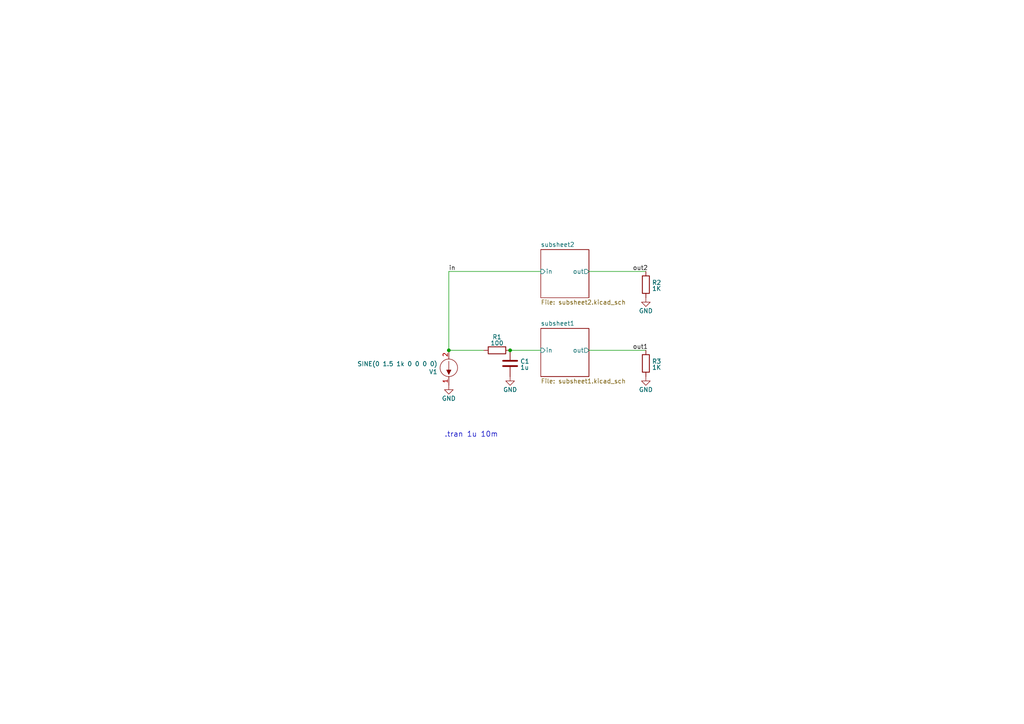
<source format=kicad_sch>
(kicad_sch (version 20220404) (generator eeschema)
  (paper "A4")
  (lib_symbols
    (symbol "Device:C" (pin_numbers hide) (pin_names (offset 0.254))
      (property "Reference" "C" (at 0.635 2.54 0))
      (property "Value" "C" (at 0.635 -2.54 0))
      (symbol "C_0_1"
        (polyline (pts (xy -2.032 -0.762) (xy 2.032 -0.762)) (stroke (width 0.508)))
        (polyline (pts (xy -2.032 0.762) (xy 2.032 0.762)) (stroke (width 0.508)))
      )
      (symbol "C_1_1"
        (pin passive line (at 0 3.81 270) (length 2.794) (name "~") (number "1"))
        (pin passive line (at 0 -3.81 90) (length 2.794) (name "~") (number "2"))
      )
    )
    (symbol "Device:R" (pin_numbers hide) (pin_names (offset 0))
      (property "Reference" "R" (at 2.032 0 90))
      (property "Value" "R" (at 0 0 90))
      (symbol "R_0_1"
        (rectangle (start -1.016 -2.54) (end 1.016 2.54) (stroke (width 0.254)))
      )
      (symbol "R_1_1"
        (pin passive line (at 0 3.81 270) (length 1.27) (name "~") (number "1"))
        (pin passive line (at 0 -3.81 90) (length 1.27) (name "~") (number "2"))
      )
    )
    (symbol "power:GND" (power) (pin_names (offset 0))
      (property "Value" "GND" (at 0 -3.81 0))
      (symbol "GND_0_1"
        (polyline (pts (xy 0 0) (xy 0 -1.27) (xy 1.27 -1.27) (xy 0 -2.54) (xy -1.27 -1.27) (xy 0 -1.27)))
      )
      (symbol "GND_1_1"
        (pin power_in line (at 0 0 270) (length 0) hide (name "GND") (number "1"))
      )
    )
    (symbol "rectifier_schlib:VSOURCE" (pin_names (offset 1.016))
      (property "Reference" "V" (at 5.08 5.08 0))
      (symbol "VSOURCE_0_1"
        (polyline (pts (xy 0 -1.905) (xy 0 1.905)))
        (polyline (pts (xy 0 1.905) (xy -0.635 0.635) (xy 0.635 0.635) (xy 0 1.905)) (fill (type outline)))
        (circle (center 0 0) (radius 2.54))
      )
      (symbol "VSOURCE_1_1"
        (pin input line (at 0 5.08 270) (length 2.54) (name "~") (number "1"))
        (pin input line (at 0 -5.08 90) (length 2.54) (name "~") (number "2"))
      )
    )
  )
  (junction (at 147.955 101.6))
  (junction (at 130.175 101.6))
  (wire (pts (xy 170.815 78.74) (xy 187.325 78.74)))
  (wire (pts (xy 156.845 78.74) (xy 130.175 78.74)))
  (wire (pts (xy 170.815 101.6) (xy 187.325 101.6)))
  (wire (pts (xy 147.955 101.6) (xy 156.845 101.6)))
  (wire (pts (xy 130.175 101.6) (xy 140.335 101.6)))
  (wire (pts (xy 130.175 78.74) (xy 130.175 101.6)))
  (text ".tran 1u 10m\n" (at 128.905 127 0) (effects (font (size 1.524 1.524)) (justify left bottom)))
  (label "out2" (at 183.515 78.74 0))
  (label "in" (at 130.175 78.74 0))
  (label "out1" (at 183.515 101.6 0))
  (symbol (lib_id "Device:R") (at 187.325 82.55 0) (unit 1)
    (default_instance (reference "U") (unit 1) (value "") (footprint ""))
    (property "Reference" "R2" (at 189.103 81.9555 0) (effects (justify left)))
    (property "Value" "1K" (at 189.103 83.7177 0) (effects (justify left)))
  )
  (symbol (lib_id "power:GND") (at 187.325 86.36 0) (unit 1)
    (default_instance (reference "U") (unit 1) (value "") (footprint ""))
    (property "Reference" "#PWR03" (effects hide))
    (property "Value" "GND" (at 187.325 90.17 0))
  )
  (symbol (lib_id "Device:R") (at 144.145 101.6 90) (unit 1)
    (default_instance (reference "U") (unit 1) (value "") (footprint ""))
    (property "Reference" "R1" (at 144.145 97.7519 90))
    (property "Value" "100" (at 144.145 99.5141 90))
  )
  (symbol (lib_id "rectifier_schlib:VSOURCE") (at 130.175 106.68 180) (unit 1)
    (default_instance (reference "U") (unit 1) (value "") (footprint ""))
    (property "Reference" "V1" (at 126.9238 107.8484 0) (effects (justify left)))
    (property "Value" "SINE(0 1.5 1k 0 0 0 0)" (at 126.9238 105.537 0) (effects (justify left)))
    (property "Fieldname" "Value" (effects hide))
    (property "Spice_Primitive" "V" (effects hide))
    (property "Spice_Node_Sequence" "1 2" (effects hide))
  )
  (symbol (lib_id "Device:R") (at 187.325 105.41 0) (unit 1)
    (default_instance (reference "U") (unit 1) (value "") (footprint ""))
    (property "Reference" "R3" (at 189.103 104.8155 0) (effects (justify left)))
    (property "Value" "1K" (at 189.103 106.5777 0) (effects (justify left)))
  )
  (symbol (lib_id "Device:C") (at 147.955 105.41 0) (unit 1)
    (default_instance (reference "U") (unit 1) (value "") (footprint ""))
    (property "Reference" "C1" (at 150.876 104.8155 0) (effects (justify left)))
    (property "Value" "1u" (at 150.876 106.5777 0) (effects (justify left)))
  )
  (symbol (lib_id "power:GND") (at 130.175 111.76 0) (unit 1)
    (default_instance (reference "U") (unit 1) (value "") (footprint ""))
    (property "Reference" "#PWR01" (effects hide))
    (property "Value" "GND" (at 130.175 115.57 0))
  )
  (symbol (lib_id "power:GND") (at 147.955 109.22 0) (unit 1)
    (default_instance (reference "U") (unit 1) (value "") (footprint ""))
    (property "Reference" "#PWR02" (effects hide))
    (property "Value" "GND" (at 147.955 113.03 0))
  )
  (symbol (lib_id "power:GND") (at 187.325 109.22 0) (unit 1)
    (default_instance (reference "U") (unit 1) (value "") (footprint ""))
    (property "Reference" "#PWR04" (effects hide))
    (property "Value" "GND" (at 187.325 113.03 0))
  )
  (sheet (at 156.845 95.25) (size 13.97 13.97) (stroke (width 0.1524))
    (property "Sheetname" "subsheet1" (at 156.845 94.5384 0) (effects (justify left bottom)))
    (property "Sheetfile" "subsheet1.kicad_sch" (at 156.845 109.8046 0) (effects (justify left top)))
    (pin "in" input (at 156.845 101.6 180))
    (pin "out" output (at 170.815 101.6 0))
  )
  (sheet (at 156.845 72.39) (size 13.97 13.97) (stroke (width 0.1524))
    (property "Sheetname" "subsheet2" (at 156.845 71.6784 0) (effects (justify left bottom)))
    (property "Sheetfile" "subsheet2.kicad_sch" (at 156.845 86.9446 0) (effects (justify left top)))
    (pin "in" input (at 156.845 78.74 180))
    (pin "out" output (at 170.815 78.74 0))
  )
)
</source>
